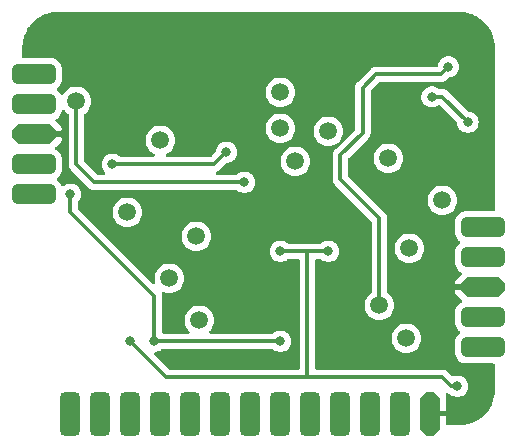
<source format=gbl>
G04 #@! TF.GenerationSoftware,KiCad,Pcbnew,7.0.5-0*
G04 #@! TF.CreationDate,2023-12-30T21:45:12-05:00*
G04 #@! TF.ProjectId,boostlet,626f6f73-746c-4657-942e-6b696361645f,rev?*
G04 #@! TF.SameCoordinates,Original*
G04 #@! TF.FileFunction,Copper,L2,Bot*
G04 #@! TF.FilePolarity,Positive*
%FSLAX46Y46*%
G04 Gerber Fmt 4.6, Leading zero omitted, Abs format (unit mm)*
G04 Created by KiCad (PCBNEW 7.0.5-0) date 2023-12-30 21:45:12*
%MOMM*%
%LPD*%
G01*
G04 APERTURE LIST*
G04 Aperture macros list*
%AMRoundRect*
0 Rectangle with rounded corners*
0 $1 Rounding radius*
0 $2 $3 $4 $5 $6 $7 $8 $9 X,Y pos of 4 corners*
0 Add a 4 corners polygon primitive as box body*
4,1,4,$2,$3,$4,$5,$6,$7,$8,$9,$2,$3,0*
0 Add four circle primitives for the rounded corners*
1,1,$1+$1,$2,$3*
1,1,$1+$1,$4,$5*
1,1,$1+$1,$6,$7*
1,1,$1+$1,$8,$9*
0 Add four rect primitives between the rounded corners*
20,1,$1+$1,$2,$3,$4,$5,0*
20,1,$1+$1,$4,$5,$6,$7,0*
20,1,$1+$1,$6,$7,$8,$9,0*
20,1,$1+$1,$8,$9,$2,$3,0*%
%AMOutline5P*
0 Free polygon, 5 corners , with rotation*
0 The origin of the aperture is its center*
0 number of corners: always 5*
0 $1 to $10 corner X, Y*
0 $11 Rotation angle, in degrees counterclockwise*
0 create outline with 5 corners*
4,1,5,$1,$2,$3,$4,$5,$6,$7,$8,$9,$10,$1,$2,$11*%
%AMOutline6P*
0 Free polygon, 6 corners , with rotation*
0 The origin of the aperture is its center*
0 number of corners: always 6*
0 $1 to $12 corner X, Y*
0 $13 Rotation angle, in degrees counterclockwise*
0 create outline with 6 corners*
4,1,6,$1,$2,$3,$4,$5,$6,$7,$8,$9,$10,$11,$12,$1,$2,$13*%
%AMOutline7P*
0 Free polygon, 7 corners , with rotation*
0 The origin of the aperture is its center*
0 number of corners: always 7*
0 $1 to $14 corner X, Y*
0 $15 Rotation angle, in degrees counterclockwise*
0 create outline with 7 corners*
4,1,7,$1,$2,$3,$4,$5,$6,$7,$8,$9,$10,$11,$12,$13,$14,$1,$2,$15*%
%AMOutline8P*
0 Free polygon, 8 corners , with rotation*
0 The origin of the aperture is its center*
0 number of corners: always 8*
0 $1 to $16 corner X, Y*
0 $17 Rotation angle, in degrees counterclockwise*
0 create outline with 8 corners*
4,1,8,$1,$2,$3,$4,$5,$6,$7,$8,$9,$10,$11,$12,$13,$14,$15,$16,$1,$2,$17*%
G04 Aperture macros list end*
G04 #@! TA.AperFunction,CastellatedPad*
%ADD10RoundRect,0.425000X1.425000X0.425000X-1.425000X0.425000X-1.425000X-0.425000X1.425000X-0.425000X0*%
G04 #@! TD*
G04 #@! TA.AperFunction,CastellatedPad*
%ADD11Outline8P,-1.850000X0.340000X-1.340000X0.850000X1.340000X0.850000X1.850000X0.340000X1.850000X-0.340000X1.340000X-0.850000X-1.340000X-0.850000X-1.850000X-0.340000X180.000000*%
G04 #@! TD*
G04 #@! TA.AperFunction,CastellatedPad*
%ADD12RoundRect,0.425000X0.425000X-1.425000X0.425000X1.425000X-0.425000X1.425000X-0.425000X-1.425000X0*%
G04 #@! TD*
G04 #@! TA.AperFunction,CastellatedPad*
%ADD13Outline8P,-1.850000X0.340000X-1.340000X0.850000X1.340000X0.850000X1.850000X0.340000X1.850000X-0.340000X1.340000X-0.850000X-1.340000X-0.850000X-1.850000X-0.340000X90.000000*%
G04 #@! TD*
G04 #@! TA.AperFunction,CastellatedPad*
%ADD14RoundRect,0.425000X-1.425000X-0.425000X1.425000X-0.425000X1.425000X0.425000X-1.425000X0.425000X0*%
G04 #@! TD*
G04 #@! TA.AperFunction,CastellatedPad*
%ADD15Outline8P,-1.850000X0.340000X-1.340000X0.850000X1.340000X0.850000X1.850000X0.340000X1.850000X-0.340000X1.340000X-0.850000X-1.340000X-0.850000X-1.850000X-0.340000X0.000000*%
G04 #@! TD*
G04 #@! TA.AperFunction,SMDPad,CuDef*
%ADD16C,1.500000*%
G04 #@! TD*
G04 #@! TA.AperFunction,ViaPad*
%ADD17C,0.800000*%
G04 #@! TD*
G04 #@! TA.AperFunction,Conductor*
%ADD18C,0.304800*%
G04 #@! TD*
G04 APERTURE END LIST*
D10*
G04 #@! TO.P,J3,1,Pin_1*
G04 #@! TO.N,/5V*
X142637000Y-108204000D03*
G04 #@! TO.P,J3,2,Pin_2*
G04 #@! TO.N,unconnected-(J3-Pin_2-Pad2)*
X142637000Y-105664000D03*
D11*
G04 #@! TO.P,J3,3,Pin_3*
G04 #@! TO.N,GND*
X142637000Y-103124000D03*
D10*
G04 #@! TO.P,J3,4,Pin_4*
G04 #@! TO.N,unconnected-(J3-Pin_4-Pad4)*
X142637000Y-100584000D03*
G04 #@! TO.P,J3,5,Pin_5*
G04 #@! TO.N,/3.3V*
X142637000Y-98044000D03*
G04 #@! TD*
D12*
G04 #@! TO.P,J1,1,Pin_1*
G04 #@! TO.N,VCC*
X107696000Y-113808000D03*
G04 #@! TO.P,J1,2,Pin_2*
G04 #@! TO.N,unconnected-(J1-Pin_2-Pad2)*
X110236000Y-113808000D03*
G04 #@! TO.P,J1,3,Pin_3*
G04 #@! TO.N,/NEO_IN2*
X112776000Y-113808000D03*
G04 #@! TO.P,J1,4,Pin_4*
G04 #@! TO.N,unconnected-(J1-Pin_4-Pad4)*
X115316000Y-113808000D03*
G04 #@! TO.P,J1,5,Pin_5*
G04 #@! TO.N,/NEO_OUT2*
X117856000Y-113808000D03*
G04 #@! TO.P,J1,6,Pin_6*
G04 #@! TO.N,unconnected-(J1-Pin_6-Pad6)*
X120396000Y-113808000D03*
G04 #@! TO.P,J1,7,Pin_7*
G04 #@! TO.N,/BATT_SIG*
X122936000Y-113808000D03*
G04 #@! TO.P,J1,8,Pin_8*
G04 #@! TO.N,unconnected-(J1-Pin_8-Pad8)*
X125476000Y-113808000D03*
G04 #@! TO.P,J1,9,Pin_9*
G04 #@! TO.N,/NEO_IN1*
X128016000Y-113808000D03*
G04 #@! TO.P,J1,10,Pin_10*
G04 #@! TO.N,unconnected-(J1-Pin_10-Pad10)*
X130556000Y-113808000D03*
G04 #@! TO.P,J1,11,Pin_11*
G04 #@! TO.N,/NEO_OUT1*
X133096000Y-113808000D03*
G04 #@! TO.P,J1,12,Pin_12*
G04 #@! TO.N,unconnected-(J1-Pin_12-Pad12)*
X135636000Y-113808000D03*
D13*
G04 #@! TO.P,J1,13,Pin_13*
G04 #@! TO.N,GND*
X138176000Y-113808000D03*
G04 #@! TD*
D14*
G04 #@! TO.P,J2,1,Pin_1*
G04 #@! TO.N,/V_BATT*
X104632000Y-85090000D03*
G04 #@! TO.P,J2,2,Pin_2*
G04 #@! TO.N,unconnected-(J2-Pin_2-Pad2)*
X104632000Y-87630000D03*
D15*
G04 #@! TO.P,J2,3,Pin_3*
G04 #@! TO.N,GND*
X104632000Y-90170000D03*
D14*
G04 #@! TO.P,J2,4,Pin_4*
G04 #@! TO.N,unconnected-(J2-Pin_4-Pad4)*
X104632000Y-92710000D03*
G04 #@! TO.P,J2,5,Pin_5*
G04 #@! TO.N,VCC*
X104632000Y-95250000D03*
G04 #@! TD*
D16*
G04 #@! TO.P,TP4,1,1*
G04 #@! TO.N,Net-(JP1-B)*
X115316000Y-90678000D03*
G04 #@! TD*
G04 #@! TO.P,TP8,1,1*
G04 #@! TO.N,/NEO_IN2*
X118618000Y-105918000D03*
G04 #@! TD*
G04 #@! TO.P,TP9,1,1*
G04 #@! TO.N,VCC*
X116078000Y-102362000D03*
G04 #@! TD*
G04 #@! TO.P,TP15,1,1*
G04 #@! TO.N,/BATT_SIG*
X126746000Y-92456000D03*
G04 #@! TD*
G04 #@! TO.P,TP16,1,1*
G04 #@! TO.N,/5V*
X129540000Y-89916000D03*
G04 #@! TD*
G04 #@! TO.P,TP5,1,1*
G04 #@! TO.N,/NEO_OUT1*
X136398000Y-99822000D03*
G04 #@! TD*
G04 #@! TO.P,TP11,1,1*
G04 #@! TO.N,Net-(JP2-B)*
X134620000Y-92202000D03*
G04 #@! TD*
G04 #@! TO.P,TP2,1,1*
G04 #@! TO.N,VCC*
X133858000Y-104648000D03*
G04 #@! TD*
G04 #@! TO.P,TP14,1,1*
G04 #@! TO.N,Net-(D1-K)*
X125476000Y-86614000D03*
G04 #@! TD*
G04 #@! TO.P,TP6,1,1*
G04 #@! TO.N,Net-(U1-EN)*
X112522000Y-96774000D03*
G04 #@! TD*
G04 #@! TO.P,TP3,1,1*
G04 #@! TO.N,/V_BATT*
X108204000Y-87376000D03*
G04 #@! TD*
G04 #@! TO.P,TP13,1,1*
G04 #@! TO.N,/3.3V*
X139192000Y-95758000D03*
G04 #@! TD*
G04 #@! TO.P,TP1,1,1*
G04 #@! TO.N,/NEO_IN1*
X136144000Y-107442000D03*
G04 #@! TD*
G04 #@! TO.P,TP10,1,1*
G04 #@! TO.N,/NEO_OUT2*
X118364000Y-98806000D03*
G04 #@! TD*
G04 #@! TO.P,TP12,1,1*
G04 #@! TO.N,Net-(D1-A)*
X125476000Y-89662000D03*
G04 #@! TD*
D17*
G04 #@! TO.N,/5V*
X129540000Y-89916000D03*
X129540000Y-100076000D03*
X140462000Y-111506000D03*
X112776000Y-107696000D03*
X125476000Y-100076000D03*
G04 #@! TO.N,/V_BATT*
X122428000Y-94234000D03*
X108204000Y-87376000D03*
G04 #@! TO.N,Net-(D1-A)*
X125476000Y-89662000D03*
G04 #@! TO.N,Net-(JP1-B)*
X111252000Y-92710000D03*
X120904000Y-91694000D03*
X115316000Y-90678000D03*
G04 #@! TO.N,/3.3V*
X138303000Y-86995000D03*
X141351000Y-89154000D03*
X139192000Y-95758000D03*
G04 #@! TO.N,/NEO_OUT1*
X136398000Y-99822000D03*
G04 #@! TO.N,GND*
X121158000Y-81534000D03*
X121158000Y-89662000D03*
X128524000Y-81280000D03*
X116840000Y-84582000D03*
X107188000Y-90170000D03*
X134620000Y-83312000D03*
X139700000Y-109728000D03*
X128778000Y-97790000D03*
X136906000Y-94996000D03*
X123190000Y-91694000D03*
X117309500Y-95973500D03*
X131826000Y-101346000D03*
X113030000Y-99060000D03*
X132588000Y-92202000D03*
X141732000Y-95758000D03*
X134633500Y-89916000D03*
X139700000Y-102616000D03*
G04 #@! TO.N,VCC*
X139700000Y-84455000D03*
X107696000Y-95250000D03*
X116078000Y-102362000D03*
X125476000Y-107696000D03*
X114808000Y-107696000D03*
X133858000Y-104648000D03*
G04 #@! TO.N,/NEO_OUT2*
X118364000Y-98806000D03*
G04 #@! TO.N,/BATT_SIG*
X126746000Y-92456000D03*
G04 #@! TO.N,/NEO_IN1*
X136144000Y-107442000D03*
G04 #@! TO.N,/NEO_IN2*
X118618000Y-105918000D03*
G04 #@! TO.N,Net-(D1-K)*
X125476000Y-86614000D03*
G04 #@! TO.N,Net-(JP2-B)*
X134620000Y-92202000D03*
G04 #@! TO.N,Net-(U1-EN)*
X112522000Y-96774000D03*
G04 #@! TD*
D18*
G04 #@! TO.N,/5V*
X127762000Y-110744000D02*
X115824000Y-110744000D01*
X139954000Y-111506000D02*
X139192000Y-110744000D01*
X140462000Y-111506000D02*
X139954000Y-111506000D01*
X115824000Y-110744000D02*
X112776000Y-107696000D01*
X127762000Y-100076000D02*
X129540000Y-100076000D01*
X127762000Y-110744000D02*
X127762000Y-100076000D01*
X125476000Y-100076000D02*
X127762000Y-100076000D01*
X139192000Y-110744000D02*
X127762000Y-110744000D01*
G04 #@! TO.N,/V_BATT*
X122428000Y-94234000D02*
X109728000Y-94234000D01*
X108204000Y-92710000D02*
X108204000Y-87376000D01*
X109728000Y-94234000D02*
X108204000Y-92710000D01*
G04 #@! TO.N,Net-(JP1-B)*
X120904000Y-91694000D02*
X119888000Y-92710000D01*
X119888000Y-92710000D02*
X111252000Y-92710000D01*
G04 #@! TO.N,/3.3V*
X139192000Y-86995000D02*
X141351000Y-89154000D01*
X138303000Y-86995000D02*
X139192000Y-86995000D01*
G04 #@! TO.N,VCC*
X133858000Y-97282000D02*
X133858000Y-104648000D01*
X132461000Y-86233000D02*
X132461000Y-90043000D01*
X114808000Y-103886000D02*
X107696000Y-96774000D01*
X132461000Y-90043000D02*
X130556000Y-91948000D01*
X139700000Y-84455000D02*
X139065000Y-85090000D01*
X130556000Y-93980000D02*
X133858000Y-97282000D01*
X125476000Y-107696000D02*
X114808000Y-107696000D01*
X114808000Y-107696000D02*
X114808000Y-103886000D01*
X133604000Y-85090000D02*
X132461000Y-86233000D01*
X130556000Y-91948000D02*
X130556000Y-93980000D01*
X139065000Y-85090000D02*
X133604000Y-85090000D01*
X107696000Y-96774000D02*
X107696000Y-95250000D01*
G04 #@! TD*
G04 #@! TA.AperFunction,Conductor*
G04 #@! TO.N,GND*
G36*
X140633620Y-79804584D02*
G01*
X140765434Y-79811493D01*
X140949027Y-79821803D01*
X140955212Y-79822465D01*
X141107667Y-79846611D01*
X141270178Y-79874223D01*
X141275811Y-79875453D01*
X141428699Y-79916419D01*
X141530647Y-79945790D01*
X141583724Y-79961082D01*
X141588766Y-79962772D01*
X141737467Y-80019852D01*
X141738828Y-80020395D01*
X141886017Y-80081362D01*
X141890412Y-80083388D01*
X141965591Y-80121694D01*
X142032993Y-80156038D01*
X142034835Y-80157016D01*
X142101888Y-80194074D01*
X142173480Y-80233641D01*
X142177215Y-80235882D01*
X142311797Y-80323281D01*
X142313907Y-80324714D01*
X142384735Y-80374969D01*
X142442764Y-80416142D01*
X142445886Y-80418510D01*
X142570748Y-80519621D01*
X142573034Y-80521567D01*
X142690721Y-80626738D01*
X142693248Y-80629128D01*
X142806870Y-80742750D01*
X142809260Y-80745277D01*
X142914431Y-80862964D01*
X142916385Y-80865260D01*
X143017480Y-80990102D01*
X143019862Y-80993243D01*
X143111284Y-81122091D01*
X143112717Y-81124201D01*
X143153560Y-81187093D01*
X143200106Y-81258767D01*
X143202364Y-81262531D01*
X143278982Y-81401163D01*
X143279960Y-81403005D01*
X143352604Y-81545574D01*
X143354643Y-81549997D01*
X143415570Y-81697087D01*
X143416171Y-81698595D01*
X143473221Y-81847217D01*
X143474916Y-81852274D01*
X143519579Y-82007299D01*
X143560541Y-82160170D01*
X143561778Y-82165835D01*
X143589399Y-82328400D01*
X143613530Y-82480758D01*
X143614196Y-82486985D01*
X143624511Y-82670652D01*
X143631415Y-82802377D01*
X143631500Y-82805623D01*
X143631500Y-96569500D01*
X143611815Y-96636539D01*
X143559011Y-96682294D01*
X143507500Y-96693500D01*
X141147216Y-96693500D01*
X141066425Y-96699858D01*
X140878504Y-96750212D01*
X140705161Y-96838534D01*
X140553968Y-96960968D01*
X140431534Y-97112161D01*
X140343212Y-97285504D01*
X140292858Y-97473425D01*
X140286500Y-97554216D01*
X140286500Y-98533783D01*
X140292858Y-98614574D01*
X140292858Y-98614577D01*
X140292859Y-98614578D01*
X140343212Y-98802496D01*
X140431535Y-98975840D01*
X140553968Y-99127032D01*
X140637114Y-99194362D01*
X140665852Y-99217634D01*
X140705563Y-99275121D01*
X140707891Y-99344952D01*
X140672095Y-99404956D01*
X140665852Y-99410366D01*
X140553968Y-99500968D01*
X140431534Y-99652161D01*
X140343212Y-99825504D01*
X140292858Y-100013425D01*
X140286500Y-100094216D01*
X140286500Y-101073783D01*
X140292858Y-101154574D01*
X140292858Y-101154577D01*
X140292859Y-101154578D01*
X140343212Y-101342496D01*
X140431535Y-101515840D01*
X140553968Y-101667032D01*
X140637114Y-101734362D01*
X140705162Y-101789467D01*
X140797715Y-101836624D01*
X140848511Y-101884598D01*
X140865307Y-101952419D01*
X140842770Y-102018554D01*
X140829102Y-102034790D01*
X140404504Y-102459389D01*
X140404492Y-102459403D01*
X140352570Y-102526241D01*
X140352570Y-102526242D01*
X140297549Y-102659075D01*
X140287000Y-102743058D01*
X140287000Y-102874000D01*
X142763000Y-102874000D01*
X142830039Y-102893685D01*
X142875794Y-102946489D01*
X142887000Y-102998000D01*
X142887000Y-103250000D01*
X142867315Y-103317039D01*
X142814511Y-103362794D01*
X142763000Y-103374000D01*
X140287000Y-103374000D01*
X140287000Y-103504943D01*
X140297549Y-103588925D01*
X140352570Y-103721758D01*
X140404492Y-103788596D01*
X140404503Y-103788609D01*
X140829102Y-104213208D01*
X140862587Y-104274531D01*
X140857603Y-104344223D01*
X140815731Y-104400156D01*
X140797717Y-104411373D01*
X140705163Y-104458532D01*
X140553968Y-104580968D01*
X140431534Y-104732161D01*
X140343212Y-104905504D01*
X140292858Y-105093425D01*
X140286500Y-105174216D01*
X140286500Y-106153783D01*
X140292858Y-106234574D01*
X140292858Y-106234577D01*
X140292859Y-106234578D01*
X140343212Y-106422496D01*
X140431535Y-106595840D01*
X140553968Y-106747032D01*
X140637114Y-106814362D01*
X140665852Y-106837634D01*
X140705563Y-106895121D01*
X140707891Y-106964952D01*
X140672095Y-107024956D01*
X140665852Y-107030366D01*
X140553968Y-107120968D01*
X140431534Y-107272161D01*
X140343212Y-107445504D01*
X140292858Y-107633425D01*
X140286500Y-107714216D01*
X140286500Y-108693783D01*
X140292858Y-108774574D01*
X140292858Y-108774577D01*
X140292859Y-108774578D01*
X140343212Y-108962496D01*
X140431535Y-109135840D01*
X140553968Y-109287032D01*
X140705160Y-109409465D01*
X140878504Y-109497788D01*
X141066422Y-109548141D01*
X141147222Y-109554500D01*
X143507500Y-109554500D01*
X143574539Y-109574185D01*
X143620294Y-109626989D01*
X143631500Y-109678500D01*
X143631500Y-111802376D01*
X143631415Y-111805622D01*
X143624511Y-111937346D01*
X143614196Y-112121013D01*
X143613530Y-112127240D01*
X143589399Y-112279598D01*
X143561778Y-112442163D01*
X143560541Y-112447828D01*
X143519579Y-112600699D01*
X143474916Y-112755724D01*
X143473221Y-112760781D01*
X143416171Y-112909403D01*
X143415570Y-112910911D01*
X143354643Y-113058001D01*
X143352604Y-113062424D01*
X143279960Y-113204993D01*
X143278982Y-113206835D01*
X143202364Y-113345467D01*
X143200097Y-113349246D01*
X143112717Y-113483797D01*
X143111284Y-113485907D01*
X143019862Y-113614755D01*
X143017480Y-113617896D01*
X142916385Y-113742738D01*
X142914431Y-113745034D01*
X142809260Y-113862721D01*
X142806870Y-113865248D01*
X142693248Y-113978870D01*
X142690721Y-113981260D01*
X142573034Y-114086431D01*
X142570738Y-114088385D01*
X142445896Y-114189480D01*
X142442755Y-114191862D01*
X142313907Y-114283284D01*
X142311797Y-114284717D01*
X142177246Y-114372097D01*
X142173467Y-114374364D01*
X142034835Y-114450982D01*
X142032993Y-114451960D01*
X141890424Y-114524604D01*
X141886001Y-114526643D01*
X141738911Y-114587570D01*
X141737403Y-114588171D01*
X141588781Y-114645221D01*
X141583724Y-114646916D01*
X141428699Y-114691579D01*
X141275828Y-114732541D01*
X141270163Y-114733778D01*
X141107598Y-114761399D01*
X140955240Y-114785530D01*
X140949013Y-114786196D01*
X140765346Y-114796511D01*
X140633622Y-114803415D01*
X140630376Y-114803500D01*
X139650000Y-114803500D01*
X139582961Y-114783815D01*
X139537206Y-114731011D01*
X139526000Y-114679500D01*
X139526000Y-114058000D01*
X138050000Y-114058000D01*
X137982961Y-114038315D01*
X137937206Y-113985511D01*
X137926000Y-113934000D01*
X137926000Y-113682000D01*
X137945685Y-113614961D01*
X137998489Y-113569206D01*
X138050000Y-113558000D01*
X139526000Y-113558000D01*
X139526000Y-112427058D01*
X139525999Y-112427056D01*
X139515450Y-112343076D01*
X139473409Y-112241580D01*
X139465940Y-112172111D01*
X139497215Y-112109631D01*
X139557304Y-112073979D01*
X139627129Y-112076473D01*
X139637212Y-112080324D01*
X139652152Y-112086788D01*
X139663767Y-112091814D01*
X139668996Y-112094376D01*
X139692695Y-112107405D01*
X139711738Y-112117875D01*
X139711740Y-112117875D01*
X139711741Y-112117876D01*
X139722936Y-112120750D01*
X139732407Y-112123182D01*
X139750819Y-112129485D01*
X139770399Y-112137959D01*
X139784032Y-112140118D01*
X139847166Y-112170043D01*
X139855326Y-112178165D01*
X139856135Y-112178893D01*
X140009265Y-112290148D01*
X140009270Y-112290151D01*
X140182192Y-112367142D01*
X140182197Y-112367144D01*
X140367354Y-112406500D01*
X140367355Y-112406500D01*
X140556644Y-112406500D01*
X140556646Y-112406500D01*
X140741803Y-112367144D01*
X140914730Y-112290151D01*
X141067871Y-112178888D01*
X141194533Y-112038216D01*
X141289179Y-111874284D01*
X141347674Y-111694256D01*
X141367460Y-111506000D01*
X141347674Y-111317744D01*
X141289179Y-111137716D01*
X141194533Y-110973784D01*
X141067871Y-110833112D01*
X141067870Y-110833111D01*
X140914734Y-110721851D01*
X140914729Y-110721848D01*
X140741807Y-110644857D01*
X140741802Y-110644855D01*
X140596000Y-110613865D01*
X140556646Y-110605500D01*
X140367354Y-110605500D01*
X140334897Y-110612398D01*
X140182197Y-110644855D01*
X140182196Y-110644855D01*
X140145187Y-110661333D01*
X140075937Y-110670616D01*
X140012661Y-110640986D01*
X140007073Y-110635733D01*
X139714319Y-110342979D01*
X139704227Y-110330381D01*
X139704043Y-110330534D01*
X139699067Y-110324519D01*
X139699066Y-110324518D01*
X139647100Y-110275719D01*
X139645725Y-110274385D01*
X139624629Y-110253289D01*
X139624626Y-110253286D01*
X139618804Y-110248770D01*
X139614361Y-110244975D01*
X139578813Y-110211593D01*
X139560115Y-110201314D01*
X139543852Y-110190631D01*
X139526996Y-110177556D01*
X139526994Y-110177554D01*
X139503300Y-110167301D01*
X139482229Y-110158182D01*
X139477007Y-110155625D01*
X139434259Y-110132124D01*
X139434256Y-110132123D01*
X139413587Y-110126816D01*
X139395184Y-110120515D01*
X139375601Y-110112041D01*
X139375595Y-110112039D01*
X139327434Y-110104412D01*
X139321714Y-110103227D01*
X139313593Y-110101142D01*
X139274483Y-110091100D01*
X139274480Y-110091100D01*
X139253139Y-110091100D01*
X139233741Y-110089573D01*
X139225717Y-110088302D01*
X139212672Y-110086236D01*
X139212671Y-110086236D01*
X139164123Y-110090825D01*
X139158287Y-110091100D01*
X128538900Y-110091100D01*
X128471861Y-110071415D01*
X128426106Y-110018611D01*
X128414900Y-109967100D01*
X128414900Y-107442002D01*
X134888723Y-107442002D01*
X134907793Y-107659975D01*
X134907793Y-107659979D01*
X134964422Y-107871322D01*
X134964424Y-107871326D01*
X134964425Y-107871330D01*
X134970454Y-107884259D01*
X135056897Y-108069638D01*
X135056898Y-108069639D01*
X135182402Y-108248877D01*
X135337123Y-108403598D01*
X135516361Y-108529102D01*
X135714670Y-108621575D01*
X135926023Y-108678207D01*
X136108926Y-108694208D01*
X136143998Y-108697277D01*
X136144000Y-108697277D01*
X136144002Y-108697277D01*
X136172254Y-108694805D01*
X136361977Y-108678207D01*
X136573330Y-108621575D01*
X136771639Y-108529102D01*
X136950877Y-108403598D01*
X137105598Y-108248877D01*
X137231102Y-108069639D01*
X137323575Y-107871330D01*
X137380207Y-107659977D01*
X137396805Y-107470254D01*
X137399277Y-107442002D01*
X137399277Y-107441997D01*
X137389279Y-107327722D01*
X137380207Y-107224023D01*
X137323575Y-107012670D01*
X137231102Y-106814362D01*
X137231100Y-106814359D01*
X137231099Y-106814357D01*
X137105599Y-106635124D01*
X137066313Y-106595838D01*
X136950877Y-106480402D01*
X136771639Y-106354898D01*
X136771640Y-106354898D01*
X136771638Y-106354897D01*
X136672484Y-106308661D01*
X136573330Y-106262425D01*
X136573326Y-106262424D01*
X136573322Y-106262422D01*
X136361977Y-106205793D01*
X136144002Y-106186723D01*
X136143998Y-106186723D01*
X135998681Y-106199436D01*
X135926023Y-106205793D01*
X135926020Y-106205793D01*
X135714677Y-106262422D01*
X135714668Y-106262426D01*
X135516361Y-106354898D01*
X135516357Y-106354900D01*
X135337121Y-106480402D01*
X135182402Y-106635121D01*
X135056900Y-106814357D01*
X135056898Y-106814361D01*
X134964426Y-107012668D01*
X134964422Y-107012677D01*
X134907793Y-107224020D01*
X134907793Y-107224024D01*
X134888723Y-107441997D01*
X134888723Y-107442002D01*
X128414900Y-107442002D01*
X128414900Y-100852900D01*
X128434585Y-100785861D01*
X128487389Y-100740106D01*
X128538900Y-100728900D01*
X128866328Y-100728900D01*
X128933367Y-100748585D01*
X128939213Y-100752582D01*
X129087265Y-100860148D01*
X129087270Y-100860151D01*
X129260192Y-100937142D01*
X129260197Y-100937144D01*
X129445354Y-100976500D01*
X129445355Y-100976500D01*
X129634644Y-100976500D01*
X129634646Y-100976500D01*
X129819803Y-100937144D01*
X129992730Y-100860151D01*
X130145871Y-100748888D01*
X130272533Y-100608216D01*
X130367179Y-100444284D01*
X130425674Y-100264256D01*
X130445460Y-100076000D01*
X130425674Y-99887744D01*
X130367179Y-99707716D01*
X130272533Y-99543784D01*
X130145871Y-99403112D01*
X130140787Y-99399418D01*
X129992734Y-99291851D01*
X129992729Y-99291848D01*
X129819807Y-99214857D01*
X129819802Y-99214855D01*
X129674000Y-99183865D01*
X129634646Y-99175500D01*
X129445354Y-99175500D01*
X129412897Y-99182398D01*
X129260197Y-99214855D01*
X129260192Y-99214857D01*
X129087270Y-99291848D01*
X129087265Y-99291851D01*
X128939213Y-99399418D01*
X128873407Y-99422898D01*
X128866328Y-99423100D01*
X127835435Y-99423100D01*
X127812202Y-99420904D01*
X127803322Y-99419210D01*
X127803320Y-99419210D01*
X127794006Y-99419796D01*
X127743420Y-99422978D01*
X127739548Y-99423100D01*
X126149672Y-99423100D01*
X126082633Y-99403415D01*
X126076787Y-99399418D01*
X125928734Y-99291851D01*
X125928729Y-99291848D01*
X125755807Y-99214857D01*
X125755802Y-99214855D01*
X125610001Y-99183865D01*
X125570646Y-99175500D01*
X125381354Y-99175500D01*
X125348897Y-99182398D01*
X125196197Y-99214855D01*
X125196192Y-99214857D01*
X125023270Y-99291848D01*
X125023265Y-99291851D01*
X124870129Y-99403111D01*
X124743466Y-99543785D01*
X124648821Y-99707715D01*
X124648818Y-99707722D01*
X124610549Y-99825504D01*
X124590326Y-99887744D01*
X124570540Y-100076000D01*
X124590326Y-100264256D01*
X124590327Y-100264259D01*
X124648818Y-100444277D01*
X124648821Y-100444284D01*
X124743467Y-100608216D01*
X124852132Y-100728900D01*
X124870129Y-100748888D01*
X125023265Y-100860148D01*
X125023270Y-100860151D01*
X125196192Y-100937142D01*
X125196197Y-100937144D01*
X125381354Y-100976500D01*
X125381355Y-100976500D01*
X125570644Y-100976500D01*
X125570646Y-100976500D01*
X125755803Y-100937144D01*
X125928730Y-100860151D01*
X126034097Y-100783598D01*
X126076787Y-100752582D01*
X126142593Y-100729102D01*
X126149672Y-100728900D01*
X126985100Y-100728900D01*
X127052139Y-100748585D01*
X127097894Y-100801389D01*
X127109100Y-100852900D01*
X127109100Y-109967100D01*
X127089415Y-110034139D01*
X127036611Y-110079894D01*
X126985100Y-110091100D01*
X116145802Y-110091100D01*
X116078763Y-110071415D01*
X116058121Y-110054781D01*
X114811521Y-108808181D01*
X114778036Y-108746858D01*
X114783020Y-108677166D01*
X114824892Y-108621233D01*
X114890356Y-108596816D01*
X114899202Y-108596500D01*
X114902644Y-108596500D01*
X114902646Y-108596500D01*
X115087803Y-108557144D01*
X115260730Y-108480151D01*
X115366097Y-108403598D01*
X115408787Y-108372582D01*
X115474593Y-108349102D01*
X115481672Y-108348900D01*
X124802328Y-108348900D01*
X124869367Y-108368585D01*
X124875213Y-108372582D01*
X125023265Y-108480148D01*
X125023270Y-108480151D01*
X125196192Y-108557142D01*
X125196197Y-108557144D01*
X125381354Y-108596500D01*
X125381355Y-108596500D01*
X125570644Y-108596500D01*
X125570646Y-108596500D01*
X125755803Y-108557144D01*
X125928730Y-108480151D01*
X126081871Y-108368888D01*
X126208533Y-108228216D01*
X126303179Y-108064284D01*
X126361674Y-107884256D01*
X126381460Y-107696000D01*
X126361674Y-107507744D01*
X126303179Y-107327716D01*
X126208533Y-107163784D01*
X126081871Y-107023112D01*
X126075340Y-107018367D01*
X125928734Y-106911851D01*
X125928729Y-106911848D01*
X125755807Y-106834857D01*
X125755802Y-106834855D01*
X125610001Y-106803865D01*
X125570646Y-106795500D01*
X125381354Y-106795500D01*
X125348897Y-106802398D01*
X125196197Y-106834855D01*
X125196192Y-106834857D01*
X125023270Y-106911848D01*
X125023265Y-106911851D01*
X124875213Y-107019418D01*
X124809407Y-107042898D01*
X124802328Y-107043100D01*
X119560737Y-107043100D01*
X119493698Y-107023415D01*
X119447943Y-106970611D01*
X119437999Y-106901453D01*
X119467024Y-106837897D01*
X119473056Y-106831419D01*
X119508975Y-106795500D01*
X119579598Y-106724877D01*
X119705102Y-106545639D01*
X119797575Y-106347330D01*
X119854207Y-106135977D01*
X119873277Y-105918000D01*
X119870320Y-105884206D01*
X119865366Y-105827573D01*
X119854207Y-105700023D01*
X119797575Y-105488670D01*
X119705102Y-105290362D01*
X119705100Y-105290359D01*
X119705099Y-105290357D01*
X119579599Y-105111124D01*
X119545797Y-105077322D01*
X119424877Y-104956402D01*
X119245639Y-104830898D01*
X119245640Y-104830898D01*
X119245638Y-104830897D01*
X119146484Y-104784661D01*
X119047330Y-104738425D01*
X119047326Y-104738424D01*
X119047322Y-104738422D01*
X118835977Y-104681793D01*
X118618002Y-104662723D01*
X118617998Y-104662723D01*
X118472681Y-104675436D01*
X118400023Y-104681793D01*
X118400020Y-104681793D01*
X118188677Y-104738422D01*
X118188668Y-104738426D01*
X117990361Y-104830898D01*
X117990357Y-104830900D01*
X117811121Y-104956402D01*
X117656402Y-105111121D01*
X117530900Y-105290357D01*
X117530898Y-105290361D01*
X117438426Y-105488668D01*
X117438422Y-105488677D01*
X117381793Y-105700020D01*
X117381793Y-105700024D01*
X117362723Y-105917997D01*
X117362723Y-105918002D01*
X117381793Y-106135975D01*
X117381793Y-106135979D01*
X117438422Y-106347322D01*
X117438424Y-106347326D01*
X117438425Y-106347330D01*
X117484661Y-106446484D01*
X117530897Y-106545638D01*
X117530898Y-106545639D01*
X117656402Y-106724877D01*
X117656406Y-106724881D01*
X117762944Y-106831419D01*
X117796429Y-106892742D01*
X117791445Y-106962434D01*
X117749573Y-107018367D01*
X117684109Y-107042784D01*
X117675263Y-107043100D01*
X115584900Y-107043100D01*
X115517861Y-107023415D01*
X115472106Y-106970611D01*
X115460900Y-106919100D01*
X115460900Y-103971765D01*
X115462671Y-103955716D01*
X115462434Y-103955694D01*
X115463168Y-103947931D01*
X115460931Y-103876722D01*
X115460900Y-103874775D01*
X115460900Y-103844929D01*
X115460899Y-103844921D01*
X115459977Y-103837618D01*
X115459518Y-103831790D01*
X115457987Y-103783054D01*
X115457987Y-103783052D01*
X115452030Y-103762549D01*
X115448087Y-103743502D01*
X115445414Y-103722341D01*
X115445413Y-103722338D01*
X115427463Y-103677004D01*
X115425573Y-103671483D01*
X115423222Y-103663389D01*
X115423418Y-103593522D01*
X115461358Y-103534850D01*
X115524995Y-103506004D01*
X115594125Y-103516142D01*
X115594615Y-103516368D01*
X115648670Y-103541575D01*
X115860023Y-103598207D01*
X116042926Y-103614208D01*
X116077998Y-103617277D01*
X116078000Y-103617277D01*
X116078002Y-103617277D01*
X116106254Y-103614805D01*
X116295977Y-103598207D01*
X116507330Y-103541575D01*
X116705639Y-103449102D01*
X116884877Y-103323598D01*
X117039598Y-103168877D01*
X117165102Y-102989639D01*
X117257575Y-102791330D01*
X117314207Y-102579977D01*
X117333277Y-102362000D01*
X117314207Y-102144023D01*
X117257575Y-101932670D01*
X117165102Y-101734362D01*
X117165100Y-101734359D01*
X117165099Y-101734357D01*
X117039599Y-101555124D01*
X117000313Y-101515838D01*
X116884877Y-101400402D01*
X116705639Y-101274898D01*
X116705640Y-101274898D01*
X116705638Y-101274897D01*
X116606484Y-101228661D01*
X116507330Y-101182425D01*
X116507326Y-101182424D01*
X116507322Y-101182422D01*
X116295977Y-101125793D01*
X116078002Y-101106723D01*
X116077998Y-101106723D01*
X115932682Y-101119436D01*
X115860023Y-101125793D01*
X115860020Y-101125793D01*
X115648677Y-101182422D01*
X115648668Y-101182426D01*
X115450361Y-101274898D01*
X115450357Y-101274900D01*
X115271121Y-101400402D01*
X115116402Y-101555121D01*
X114990900Y-101734357D01*
X114990898Y-101734361D01*
X114898426Y-101932668D01*
X114898422Y-101932677D01*
X114841793Y-102144020D01*
X114841793Y-102144024D01*
X114822723Y-102361997D01*
X114822723Y-102362002D01*
X114841793Y-102579975D01*
X114841793Y-102579979D01*
X114874459Y-102701889D01*
X114872796Y-102771739D01*
X114833633Y-102829601D01*
X114769405Y-102857105D01*
X114700503Y-102845518D01*
X114667003Y-102821663D01*
X111738442Y-99893102D01*
X110651342Y-98806002D01*
X117108723Y-98806002D01*
X117118258Y-98914988D01*
X117127018Y-99015124D01*
X117127793Y-99023975D01*
X117127793Y-99023979D01*
X117184422Y-99235322D01*
X117184424Y-99235326D01*
X117184425Y-99235330D01*
X117230661Y-99334484D01*
X117276897Y-99433638D01*
X117276898Y-99433639D01*
X117402402Y-99612877D01*
X117557123Y-99767598D01*
X117736361Y-99893102D01*
X117934670Y-99985575D01*
X118146023Y-100042207D01*
X118328926Y-100058208D01*
X118363998Y-100061277D01*
X118364000Y-100061277D01*
X118364002Y-100061277D01*
X118392254Y-100058805D01*
X118581977Y-100042207D01*
X118793330Y-99985575D01*
X118991639Y-99893102D01*
X119170877Y-99767598D01*
X119325598Y-99612877D01*
X119451102Y-99433639D01*
X119543575Y-99235330D01*
X119600207Y-99023977D01*
X119619277Y-98806000D01*
X119618970Y-98802496D01*
X119613057Y-98734900D01*
X119600207Y-98588023D01*
X119543575Y-98376670D01*
X119451102Y-98178362D01*
X119451100Y-98178359D01*
X119451099Y-98178357D01*
X119325599Y-97999124D01*
X119280048Y-97953573D01*
X119170877Y-97844402D01*
X118991639Y-97718898D01*
X118991640Y-97718898D01*
X118991638Y-97718897D01*
X118892484Y-97672661D01*
X118793330Y-97626425D01*
X118793326Y-97626424D01*
X118793322Y-97626422D01*
X118581977Y-97569793D01*
X118364002Y-97550723D01*
X118363998Y-97550723D01*
X118218681Y-97563436D01*
X118146023Y-97569793D01*
X118146020Y-97569793D01*
X117934677Y-97626422D01*
X117934668Y-97626426D01*
X117736361Y-97718898D01*
X117736357Y-97718900D01*
X117557121Y-97844402D01*
X117402402Y-97999121D01*
X117276900Y-98178357D01*
X117276898Y-98178361D01*
X117184426Y-98376668D01*
X117184422Y-98376677D01*
X117127793Y-98588020D01*
X117127793Y-98588024D01*
X117108723Y-98805997D01*
X117108723Y-98806002D01*
X110651342Y-98806002D01*
X108619343Y-96774002D01*
X111266723Y-96774002D01*
X111285793Y-96991975D01*
X111285793Y-96991979D01*
X111342422Y-97203322D01*
X111342424Y-97203326D01*
X111342425Y-97203330D01*
X111373875Y-97270775D01*
X111434897Y-97401638D01*
X111434898Y-97401639D01*
X111560402Y-97580877D01*
X111715123Y-97735598D01*
X111894361Y-97861102D01*
X112092670Y-97953575D01*
X112304023Y-98010207D01*
X112486926Y-98026208D01*
X112521998Y-98029277D01*
X112522000Y-98029277D01*
X112522002Y-98029277D01*
X112550254Y-98026805D01*
X112739977Y-98010207D01*
X112951330Y-97953575D01*
X113149639Y-97861102D01*
X113328877Y-97735598D01*
X113483598Y-97580877D01*
X113609102Y-97401639D01*
X113701575Y-97203330D01*
X113758207Y-96991977D01*
X113776381Y-96784245D01*
X113777277Y-96774002D01*
X113777277Y-96773997D01*
X113772946Y-96724500D01*
X113758207Y-96556023D01*
X113701575Y-96344670D01*
X113609102Y-96146362D01*
X113609100Y-96146359D01*
X113609099Y-96146357D01*
X113483599Y-95967124D01*
X113434731Y-95918256D01*
X113328877Y-95812402D01*
X113149639Y-95686898D01*
X113149640Y-95686898D01*
X113149638Y-95686897D01*
X113050484Y-95640661D01*
X112951330Y-95594425D01*
X112951326Y-95594424D01*
X112951322Y-95594422D01*
X112739977Y-95537793D01*
X112522002Y-95518723D01*
X112521998Y-95518723D01*
X112376682Y-95531436D01*
X112304023Y-95537793D01*
X112304020Y-95537793D01*
X112092677Y-95594422D01*
X112092668Y-95594426D01*
X111894361Y-95686898D01*
X111894357Y-95686900D01*
X111715121Y-95812402D01*
X111560402Y-95967121D01*
X111434900Y-96146357D01*
X111434898Y-96146361D01*
X111342426Y-96344668D01*
X111342422Y-96344677D01*
X111285793Y-96556020D01*
X111285793Y-96556024D01*
X111266723Y-96773997D01*
X111266723Y-96774002D01*
X108619343Y-96774002D01*
X108385219Y-96539878D01*
X108351734Y-96478555D01*
X108348900Y-96452197D01*
X108348900Y-96187322D01*
X108348899Y-95918252D01*
X108368583Y-95851217D01*
X108380744Y-95835290D01*
X108428533Y-95782216D01*
X108523179Y-95618284D01*
X108581674Y-95438256D01*
X108601460Y-95250000D01*
X108581674Y-95061744D01*
X108523179Y-94881716D01*
X108428533Y-94717784D01*
X108301871Y-94577112D01*
X108301870Y-94577111D01*
X108148734Y-94465851D01*
X108148729Y-94465848D01*
X107975807Y-94388857D01*
X107975802Y-94388855D01*
X107830001Y-94357865D01*
X107790646Y-94349500D01*
X107601354Y-94349500D01*
X107568897Y-94356398D01*
X107416197Y-94388855D01*
X107416192Y-94388857D01*
X107243271Y-94465848D01*
X107117732Y-94557057D01*
X107051925Y-94580536D01*
X106983872Y-94564710D01*
X106935177Y-94514604D01*
X106928449Y-94497444D01*
X106928118Y-94497572D01*
X106925790Y-94491509D01*
X106925788Y-94491506D01*
X106925788Y-94491504D01*
X106837465Y-94318160D01*
X106715032Y-94166968D01*
X106603145Y-94076364D01*
X106563436Y-94018879D01*
X106561108Y-93949048D01*
X106596903Y-93889044D01*
X106603133Y-93883646D01*
X106715032Y-93793032D01*
X106837465Y-93641840D01*
X106925788Y-93468496D01*
X106976141Y-93280578D01*
X106982500Y-93199778D01*
X106982500Y-92220222D01*
X106976141Y-92139422D01*
X106925788Y-91951504D01*
X106837465Y-91778160D01*
X106715032Y-91626968D01*
X106563840Y-91504535D01*
X106525259Y-91484877D01*
X106471282Y-91457374D01*
X106420486Y-91409399D01*
X106403691Y-91341578D01*
X106426228Y-91275443D01*
X106439896Y-91259207D01*
X106864500Y-90834605D01*
X106864504Y-90834601D01*
X106916429Y-90767758D01*
X106916429Y-90767757D01*
X106971450Y-90634924D01*
X106981999Y-90550941D01*
X106982000Y-90550934D01*
X106982000Y-90420000D01*
X104506000Y-90420000D01*
X104438961Y-90400315D01*
X104393206Y-90347511D01*
X104382000Y-90296000D01*
X104382000Y-90044000D01*
X104401685Y-89976961D01*
X104454489Y-89931206D01*
X104506000Y-89920000D01*
X106982000Y-89920000D01*
X106982000Y-89789058D01*
X106981999Y-89789056D01*
X106971450Y-89705074D01*
X106916429Y-89572241D01*
X106864507Y-89505403D01*
X106864496Y-89505390D01*
X106439896Y-89080790D01*
X106406411Y-89019467D01*
X106411395Y-88949775D01*
X106453267Y-88893842D01*
X106471270Y-88882631D01*
X106563840Y-88835465D01*
X106715032Y-88713032D01*
X106837465Y-88561840D01*
X106925788Y-88388496D01*
X106976141Y-88200578D01*
X106977199Y-88187132D01*
X107002081Y-88121844D01*
X107058312Y-88080372D01*
X107128037Y-88075884D01*
X107189120Y-88109804D01*
X107202383Y-88125725D01*
X107242402Y-88182877D01*
X107397123Y-88337598D01*
X107498225Y-88408390D01*
X107541849Y-88462966D01*
X107551100Y-88509964D01*
X107551100Y-92624232D01*
X107549328Y-92640279D01*
X107549566Y-92640302D01*
X107548831Y-92648068D01*
X107551069Y-92719277D01*
X107551100Y-92721224D01*
X107551100Y-92751076D01*
X107552022Y-92758384D01*
X107552480Y-92764203D01*
X107554012Y-92812945D01*
X107554013Y-92812951D01*
X107559965Y-92833438D01*
X107563910Y-92852483D01*
X107566585Y-92873657D01*
X107566588Y-92873668D01*
X107584538Y-92919005D01*
X107586430Y-92924532D01*
X107600033Y-92971355D01*
X107600035Y-92971360D01*
X107610900Y-92989731D01*
X107619457Y-93007199D01*
X107620123Y-93008881D01*
X107627311Y-93027035D01*
X107627314Y-93027041D01*
X107655973Y-93066486D01*
X107659182Y-93071370D01*
X107684009Y-93113350D01*
X107699094Y-93128434D01*
X107711731Y-93143230D01*
X107716577Y-93149899D01*
X107724273Y-93160492D01*
X107724275Y-93160494D01*
X107761852Y-93191581D01*
X107766175Y-93195515D01*
X109205681Y-94635021D01*
X109215779Y-94647625D01*
X109215963Y-94647474D01*
X109220930Y-94653479D01*
X109272873Y-94702256D01*
X109274272Y-94703612D01*
X109295373Y-94724713D01*
X109301194Y-94729229D01*
X109305636Y-94733022D01*
X109341185Y-94766405D01*
X109341189Y-94766408D01*
X109359875Y-94776680D01*
X109376142Y-94787365D01*
X109393000Y-94800441D01*
X109393005Y-94800445D01*
X109437760Y-94819812D01*
X109443007Y-94822383D01*
X109475952Y-94840494D01*
X109485741Y-94845876D01*
X109505436Y-94850932D01*
X109506411Y-94851183D01*
X109524812Y-94857482D01*
X109544399Y-94865959D01*
X109578200Y-94871311D01*
X109592564Y-94873587D01*
X109598279Y-94874770D01*
X109645520Y-94886900D01*
X109666861Y-94886900D01*
X109686258Y-94888426D01*
X109707329Y-94891764D01*
X109755876Y-94887174D01*
X109761713Y-94886900D01*
X121754328Y-94886900D01*
X121821367Y-94906585D01*
X121827213Y-94910582D01*
X121975265Y-95018148D01*
X121975270Y-95018151D01*
X122148192Y-95095142D01*
X122148197Y-95095144D01*
X122333354Y-95134500D01*
X122333355Y-95134500D01*
X122522644Y-95134500D01*
X122522646Y-95134500D01*
X122707803Y-95095144D01*
X122880730Y-95018151D01*
X123033871Y-94906888D01*
X123160533Y-94766216D01*
X123255179Y-94602284D01*
X123313674Y-94422256D01*
X123333460Y-94234000D01*
X123313674Y-94045744D01*
X123255179Y-93865716D01*
X123160533Y-93701784D01*
X123033871Y-93561112D01*
X123028787Y-93557418D01*
X122880734Y-93449851D01*
X122880729Y-93449848D01*
X122707807Y-93372857D01*
X122707802Y-93372855D01*
X122561732Y-93341808D01*
X122522646Y-93333500D01*
X122333354Y-93333500D01*
X122300897Y-93340398D01*
X122148197Y-93372855D01*
X122148192Y-93372857D01*
X121975270Y-93449848D01*
X121975265Y-93449851D01*
X121827213Y-93557418D01*
X121761407Y-93580898D01*
X121754328Y-93581100D01*
X120111467Y-93581100D01*
X120044428Y-93561415D01*
X119998673Y-93508611D01*
X119988729Y-93439453D01*
X120017754Y-93375897D01*
X120065817Y-93341808D01*
X120097000Y-93329461D01*
X120102528Y-93327570D01*
X120111275Y-93325028D01*
X120149359Y-93313965D01*
X120167730Y-93303100D01*
X120185196Y-93294543D01*
X120205037Y-93286688D01*
X120244497Y-93258016D01*
X120249363Y-93254820D01*
X120291348Y-93229992D01*
X120306443Y-93214895D01*
X120321224Y-93202272D01*
X120338493Y-93189726D01*
X120369587Y-93152138D01*
X120373489Y-93147849D01*
X120890520Y-92630819D01*
X120951844Y-92597334D01*
X120978202Y-92594500D01*
X120998644Y-92594500D01*
X120998646Y-92594500D01*
X121183803Y-92555144D01*
X121356730Y-92478151D01*
X121387218Y-92456000D01*
X125490723Y-92456000D01*
X125507526Y-92648069D01*
X125509793Y-92673975D01*
X125509793Y-92673979D01*
X125566422Y-92885322D01*
X125566424Y-92885326D01*
X125566425Y-92885330D01*
X125612661Y-92984484D01*
X125658897Y-93083638D01*
X125658898Y-93083639D01*
X125784402Y-93262877D01*
X125939123Y-93417598D01*
X126118361Y-93543102D01*
X126316670Y-93635575D01*
X126528023Y-93692207D01*
X126710926Y-93708208D01*
X126745998Y-93711277D01*
X126746000Y-93711277D01*
X126746002Y-93711277D01*
X126774254Y-93708805D01*
X126963977Y-93692207D01*
X127175330Y-93635575D01*
X127373639Y-93543102D01*
X127552877Y-93417598D01*
X127707598Y-93262877D01*
X127833102Y-93083639D01*
X127925575Y-92885330D01*
X127982207Y-92673977D01*
X128001277Y-92456000D01*
X127998125Y-92419977D01*
X127991279Y-92341722D01*
X127982207Y-92238023D01*
X127925575Y-92026670D01*
X127879251Y-91927329D01*
X129898236Y-91927329D01*
X129902825Y-91975875D01*
X129903100Y-91981713D01*
X129903100Y-93894232D01*
X129901328Y-93910279D01*
X129901566Y-93910302D01*
X129900831Y-93918068D01*
X129903069Y-93989277D01*
X129903100Y-93991224D01*
X129903100Y-94021076D01*
X129904022Y-94028384D01*
X129904480Y-94034203D01*
X129906012Y-94082945D01*
X129906013Y-94082951D01*
X129911965Y-94103438D01*
X129915910Y-94122483D01*
X129918585Y-94143657D01*
X129918588Y-94143668D01*
X129936538Y-94189005D01*
X129938430Y-94194532D01*
X129952033Y-94241355D01*
X129952035Y-94241360D01*
X129962900Y-94259731D01*
X129971458Y-94277201D01*
X129979311Y-94297035D01*
X129979314Y-94297041D01*
X130007973Y-94336486D01*
X130011182Y-94341370D01*
X130036009Y-94383350D01*
X130051094Y-94398434D01*
X130063734Y-94413233D01*
X130076274Y-94430494D01*
X130113852Y-94461581D01*
X130118175Y-94465515D01*
X133168780Y-97516120D01*
X133202265Y-97577443D01*
X133205099Y-97603801D01*
X133205099Y-103514035D01*
X133185414Y-103581074D01*
X133152224Y-103615609D01*
X133051123Y-103686402D01*
X132896400Y-103841124D01*
X132770900Y-104020357D01*
X132770898Y-104020361D01*
X132678426Y-104218668D01*
X132678422Y-104218677D01*
X132621793Y-104430020D01*
X132621793Y-104430024D01*
X132602723Y-104647997D01*
X132602723Y-104648002D01*
X132621793Y-104865975D01*
X132621793Y-104865979D01*
X132678422Y-105077322D01*
X132678424Y-105077326D01*
X132678425Y-105077330D01*
X132723604Y-105174216D01*
X132770897Y-105275638D01*
X132781206Y-105290361D01*
X132896402Y-105454877D01*
X133051123Y-105609598D01*
X133230361Y-105735102D01*
X133428670Y-105827575D01*
X133640023Y-105884207D01*
X133822926Y-105900208D01*
X133857998Y-105903277D01*
X133858000Y-105903277D01*
X133858002Y-105903277D01*
X133886254Y-105900805D01*
X134075977Y-105884207D01*
X134287330Y-105827575D01*
X134485639Y-105735102D01*
X134664877Y-105609598D01*
X134819598Y-105454877D01*
X134945102Y-105275639D01*
X135037575Y-105077330D01*
X135094207Y-104865977D01*
X135113277Y-104648000D01*
X135094207Y-104430023D01*
X135037575Y-104218670D01*
X134945102Y-104020362D01*
X134945100Y-104020359D01*
X134945099Y-104020357D01*
X134819599Y-103841124D01*
X134761527Y-103783052D01*
X134664877Y-103686402D01*
X134664872Y-103686399D01*
X134664869Y-103686396D01*
X134563776Y-103615609D01*
X134520151Y-103561032D01*
X134510900Y-103514035D01*
X134510900Y-99822002D01*
X135142723Y-99822002D01*
X135161793Y-100039975D01*
X135161793Y-100039979D01*
X135218422Y-100251322D01*
X135218424Y-100251326D01*
X135218425Y-100251330D01*
X135224454Y-100264259D01*
X135310897Y-100449638D01*
X135310898Y-100449639D01*
X135436402Y-100628877D01*
X135591123Y-100783598D01*
X135770361Y-100909102D01*
X135968670Y-101001575D01*
X136180023Y-101058207D01*
X136362926Y-101074208D01*
X136397998Y-101077277D01*
X136398000Y-101077277D01*
X136398002Y-101077277D01*
X136426254Y-101074805D01*
X136615977Y-101058207D01*
X136827330Y-101001575D01*
X137025639Y-100909102D01*
X137204877Y-100783598D01*
X137359598Y-100628877D01*
X137485102Y-100449639D01*
X137577575Y-100251330D01*
X137634207Y-100039977D01*
X137650805Y-99850254D01*
X137653277Y-99822002D01*
X137653277Y-99821997D01*
X137649569Y-99779618D01*
X137634207Y-99604023D01*
X137577575Y-99392670D01*
X137485102Y-99194362D01*
X137485100Y-99194359D01*
X137485099Y-99194357D01*
X137359599Y-99015124D01*
X137320313Y-98975838D01*
X137204877Y-98860402D01*
X137025639Y-98734898D01*
X137025640Y-98734898D01*
X137025638Y-98734897D01*
X136926484Y-98688661D01*
X136827330Y-98642425D01*
X136827326Y-98642424D01*
X136827322Y-98642422D01*
X136615977Y-98585793D01*
X136398002Y-98566723D01*
X136397998Y-98566723D01*
X136252682Y-98579436D01*
X136180023Y-98585793D01*
X136180020Y-98585793D01*
X135968677Y-98642422D01*
X135968668Y-98642426D01*
X135770361Y-98734898D01*
X135770357Y-98734900D01*
X135591121Y-98860402D01*
X135436402Y-99015121D01*
X135310900Y-99194357D01*
X135310898Y-99194361D01*
X135218426Y-99392668D01*
X135218422Y-99392677D01*
X135161793Y-99604020D01*
X135161793Y-99604024D01*
X135142723Y-99821997D01*
X135142723Y-99822002D01*
X134510900Y-99822002D01*
X134510900Y-97367765D01*
X134512671Y-97351716D01*
X134512434Y-97351694D01*
X134513168Y-97343931D01*
X134510931Y-97272722D01*
X134510900Y-97270775D01*
X134510900Y-97240929D01*
X134510899Y-97240921D01*
X134509977Y-97233618D01*
X134509518Y-97227790D01*
X134507987Y-97179052D01*
X134502030Y-97158549D01*
X134498087Y-97139502D01*
X134497247Y-97132854D01*
X134495414Y-97118340D01*
X134477461Y-97072998D01*
X134475572Y-97067478D01*
X134466241Y-97035360D01*
X134461965Y-97020641D01*
X134451097Y-97002265D01*
X134442542Y-96984801D01*
X134434688Y-96964963D01*
X134406022Y-96925508D01*
X134402813Y-96920623D01*
X134377995Y-96878657D01*
X134377994Y-96878656D01*
X134377992Y-96878652D01*
X134362906Y-96863566D01*
X134350271Y-96848774D01*
X134337726Y-96831507D01*
X134337723Y-96831505D01*
X134337723Y-96831504D01*
X134337722Y-96831503D01*
X134300151Y-96800422D01*
X134295839Y-96796499D01*
X133257342Y-95758002D01*
X137936723Y-95758002D01*
X137942198Y-95820578D01*
X137955018Y-95967124D01*
X137955793Y-95975975D01*
X137955793Y-95975979D01*
X138012422Y-96187322D01*
X138012424Y-96187326D01*
X138012425Y-96187330D01*
X138044605Y-96256340D01*
X138104897Y-96385638D01*
X138104898Y-96385639D01*
X138230402Y-96564877D01*
X138385123Y-96719598D01*
X138564361Y-96845102D01*
X138762670Y-96937575D01*
X138974023Y-96994207D01*
X139156926Y-97010208D01*
X139191998Y-97013277D01*
X139192000Y-97013277D01*
X139192002Y-97013277D01*
X139220254Y-97010805D01*
X139409977Y-96994207D01*
X139621330Y-96937575D01*
X139819639Y-96845102D01*
X139998877Y-96719598D01*
X140153598Y-96564877D01*
X140279102Y-96385639D01*
X140371575Y-96187330D01*
X140428207Y-95975977D01*
X140447277Y-95758000D01*
X140428207Y-95540023D01*
X140371575Y-95328670D01*
X140279102Y-95130362D01*
X140279100Y-95130359D01*
X140279099Y-95130357D01*
X140153599Y-94951124D01*
X140076519Y-94874044D01*
X139998877Y-94796402D01*
X139819639Y-94670898D01*
X139819640Y-94670898D01*
X139819638Y-94670897D01*
X139720484Y-94624661D01*
X139621330Y-94578425D01*
X139621326Y-94578424D01*
X139621322Y-94578422D01*
X139409977Y-94521793D01*
X139192002Y-94502723D01*
X139191998Y-94502723D01*
X139056196Y-94514604D01*
X138974023Y-94521793D01*
X138974020Y-94521793D01*
X138762677Y-94578422D01*
X138762668Y-94578426D01*
X138564361Y-94670898D01*
X138564357Y-94670900D01*
X138385121Y-94796402D01*
X138230402Y-94951121D01*
X138104900Y-95130357D01*
X138104898Y-95130361D01*
X138012426Y-95328668D01*
X138012422Y-95328677D01*
X137955793Y-95540020D01*
X137955793Y-95540024D01*
X137936723Y-95757997D01*
X137936723Y-95758002D01*
X133257342Y-95758002D01*
X131245218Y-93745879D01*
X131211734Y-93684556D01*
X131208900Y-93658198D01*
X131208900Y-92971355D01*
X131208900Y-92269797D01*
X131228584Y-92202762D01*
X131229196Y-92202002D01*
X133364723Y-92202002D01*
X133370655Y-92269801D01*
X133379148Y-92366888D01*
X133383793Y-92419975D01*
X133383793Y-92419979D01*
X133440422Y-92631322D01*
X133440424Y-92631326D01*
X133440425Y-92631330D01*
X133481435Y-92719277D01*
X133532897Y-92829638D01*
X133557998Y-92865486D01*
X133658402Y-93008877D01*
X133813123Y-93163598D01*
X133992361Y-93289102D01*
X134190670Y-93381575D01*
X134402023Y-93438207D01*
X134584926Y-93454208D01*
X134619998Y-93457277D01*
X134620000Y-93457277D01*
X134620002Y-93457277D01*
X134648254Y-93454805D01*
X134837977Y-93438207D01*
X135049330Y-93381575D01*
X135247639Y-93289102D01*
X135426877Y-93163598D01*
X135581598Y-93008877D01*
X135707102Y-92829639D01*
X135799575Y-92631330D01*
X135856207Y-92419977D01*
X135873839Y-92218440D01*
X135875277Y-92202002D01*
X135875277Y-92201997D01*
X135871569Y-92159618D01*
X135856207Y-91984023D01*
X135814496Y-91828357D01*
X135799577Y-91772677D01*
X135799576Y-91772676D01*
X135799575Y-91772670D01*
X135707102Y-91574362D01*
X135707100Y-91574359D01*
X135707099Y-91574357D01*
X135581599Y-91395124D01*
X135512190Y-91325715D01*
X135426877Y-91240402D01*
X135247639Y-91114898D01*
X135247640Y-91114898D01*
X135247638Y-91114897D01*
X135148484Y-91068661D01*
X135049330Y-91022425D01*
X135049326Y-91022424D01*
X135049322Y-91022422D01*
X134837977Y-90965793D01*
X134620002Y-90946723D01*
X134619998Y-90946723D01*
X134474682Y-90959436D01*
X134402023Y-90965793D01*
X134402020Y-90965793D01*
X134190677Y-91022422D01*
X134190668Y-91022426D01*
X133992361Y-91114898D01*
X133992357Y-91114900D01*
X133813121Y-91240402D01*
X133658402Y-91395121D01*
X133532900Y-91574357D01*
X133532898Y-91574361D01*
X133440426Y-91772668D01*
X133440422Y-91772677D01*
X133383793Y-91984020D01*
X133383793Y-91984024D01*
X133364723Y-92201997D01*
X133364723Y-92202002D01*
X131229196Y-92202002D01*
X131245209Y-92182130D01*
X132862021Y-90565317D01*
X132874620Y-90555225D01*
X132874468Y-90555041D01*
X132880477Y-90550068D01*
X132880482Y-90550066D01*
X132929310Y-90498068D01*
X132930582Y-90496756D01*
X132951715Y-90475625D01*
X132956238Y-90469792D01*
X132960012Y-90465373D01*
X132993405Y-90429815D01*
X133003686Y-90411111D01*
X133014357Y-90394865D01*
X133027445Y-90377995D01*
X133046824Y-90333210D01*
X133049368Y-90328016D01*
X133072876Y-90285259D01*
X133078182Y-90264593D01*
X133084487Y-90246177D01*
X133086343Y-90241889D01*
X133092959Y-90226601D01*
X133100589Y-90178418D01*
X133101766Y-90172731D01*
X133113900Y-90125480D01*
X133113900Y-90104137D01*
X133115427Y-90084737D01*
X133118764Y-90063671D01*
X133114172Y-90015101D01*
X133113899Y-90009307D01*
X133113899Y-86995000D01*
X137397540Y-86995000D01*
X137417326Y-87183256D01*
X137417327Y-87183259D01*
X137475818Y-87363277D01*
X137475821Y-87363284D01*
X137570467Y-87527216D01*
X137630579Y-87593977D01*
X137697129Y-87667888D01*
X137850265Y-87779148D01*
X137850270Y-87779151D01*
X138023192Y-87856142D01*
X138023197Y-87856144D01*
X138208354Y-87895500D01*
X138208355Y-87895500D01*
X138397644Y-87895500D01*
X138397646Y-87895500D01*
X138582803Y-87856144D01*
X138755730Y-87779151D01*
X138842117Y-87716387D01*
X138907924Y-87692907D01*
X138975978Y-87708732D01*
X139002684Y-87729024D01*
X140416589Y-89142929D01*
X140450074Y-89204252D01*
X140452229Y-89217648D01*
X140465326Y-89342257D01*
X140465327Y-89342260D01*
X140523818Y-89522277D01*
X140523821Y-89522284D01*
X140618467Y-89686216D01*
X140711065Y-89789056D01*
X140745129Y-89826888D01*
X140898265Y-89938148D01*
X140898270Y-89938151D01*
X141071192Y-90015142D01*
X141071197Y-90015144D01*
X141256354Y-90054500D01*
X141256355Y-90054500D01*
X141445644Y-90054500D01*
X141445646Y-90054500D01*
X141630803Y-90015144D01*
X141803730Y-89938151D01*
X141956871Y-89826888D01*
X142083533Y-89686216D01*
X142178179Y-89522284D01*
X142236674Y-89342256D01*
X142256460Y-89154000D01*
X142236674Y-88965744D01*
X142178179Y-88785716D01*
X142083533Y-88621784D01*
X141956871Y-88481112D01*
X141956870Y-88481111D01*
X141803734Y-88369851D01*
X141803729Y-88369848D01*
X141630807Y-88292857D01*
X141630802Y-88292855D01*
X141485001Y-88261865D01*
X141445646Y-88253500D01*
X141445645Y-88253500D01*
X141425202Y-88253500D01*
X141358163Y-88233815D01*
X141337521Y-88217181D01*
X139714319Y-86593979D01*
X139704227Y-86581381D01*
X139704043Y-86581534D01*
X139699067Y-86575519D01*
X139692254Y-86569121D01*
X139647100Y-86526719D01*
X139645725Y-86525385D01*
X139624629Y-86504289D01*
X139624626Y-86504286D01*
X139618804Y-86499770D01*
X139614361Y-86495975D01*
X139578813Y-86462593D01*
X139560115Y-86452314D01*
X139543852Y-86441631D01*
X139526996Y-86428556D01*
X139526994Y-86428554D01*
X139494290Y-86414402D01*
X139482229Y-86409182D01*
X139477007Y-86406625D01*
X139434259Y-86383124D01*
X139434256Y-86383123D01*
X139413587Y-86377816D01*
X139395184Y-86371515D01*
X139375601Y-86363041D01*
X139375595Y-86363039D01*
X139327434Y-86355412D01*
X139321714Y-86354227D01*
X139313593Y-86352142D01*
X139274483Y-86342100D01*
X139274480Y-86342100D01*
X139253139Y-86342100D01*
X139233741Y-86340573D01*
X139225717Y-86339302D01*
X139212672Y-86337236D01*
X139212671Y-86337236D01*
X139164123Y-86341825D01*
X139158287Y-86342100D01*
X138976672Y-86342100D01*
X138909633Y-86322415D01*
X138903787Y-86318418D01*
X138755734Y-86210851D01*
X138755729Y-86210848D01*
X138582807Y-86133857D01*
X138582802Y-86133855D01*
X138425648Y-86100452D01*
X138397646Y-86094500D01*
X138208354Y-86094500D01*
X138193939Y-86097564D01*
X138023197Y-86133855D01*
X138023192Y-86133857D01*
X137850270Y-86210848D01*
X137850265Y-86210851D01*
X137697129Y-86322111D01*
X137570466Y-86462785D01*
X137475821Y-86626715D01*
X137475818Y-86626722D01*
X137426637Y-86778088D01*
X137417326Y-86806744D01*
X137397540Y-86995000D01*
X133113899Y-86995000D01*
X133113899Y-86554801D01*
X133133584Y-86487763D01*
X133150218Y-86467121D01*
X133838121Y-85779219D01*
X133899444Y-85745734D01*
X133925802Y-85742900D01*
X138979232Y-85742900D01*
X138995279Y-85744671D01*
X138995302Y-85744434D01*
X139003068Y-85745168D01*
X139003068Y-85745167D01*
X139003069Y-85745168D01*
X139006536Y-85745059D01*
X139074278Y-85742931D01*
X139076225Y-85742900D01*
X139106071Y-85742900D01*
X139106075Y-85742900D01*
X139113377Y-85741977D01*
X139119194Y-85741518D01*
X139167948Y-85739987D01*
X139188449Y-85734030D01*
X139207476Y-85730089D01*
X139228660Y-85727414D01*
X139274000Y-85709461D01*
X139279528Y-85707570D01*
X139288275Y-85705028D01*
X139326359Y-85693965D01*
X139344730Y-85683100D01*
X139362196Y-85674543D01*
X139382037Y-85666688D01*
X139421497Y-85638016D01*
X139426363Y-85634820D01*
X139468348Y-85609992D01*
X139483443Y-85594895D01*
X139498224Y-85582272D01*
X139515493Y-85569726D01*
X139546587Y-85532138D01*
X139550500Y-85527838D01*
X139686522Y-85391817D01*
X139747845Y-85358334D01*
X139774202Y-85355500D01*
X139794644Y-85355500D01*
X139794646Y-85355500D01*
X139979803Y-85316144D01*
X140152730Y-85239151D01*
X140305871Y-85127888D01*
X140432533Y-84987216D01*
X140527179Y-84823284D01*
X140585674Y-84643256D01*
X140605460Y-84455000D01*
X140585674Y-84266744D01*
X140527179Y-84086716D01*
X140432533Y-83922784D01*
X140305871Y-83782112D01*
X140255973Y-83745859D01*
X140152734Y-83670851D01*
X140152729Y-83670848D01*
X139979807Y-83593857D01*
X139979802Y-83593855D01*
X139834000Y-83562865D01*
X139794646Y-83554500D01*
X139605354Y-83554500D01*
X139572897Y-83561398D01*
X139420197Y-83593855D01*
X139420192Y-83593857D01*
X139247270Y-83670848D01*
X139247265Y-83670851D01*
X139094129Y-83782111D01*
X138967466Y-83922785D01*
X138872821Y-84086715D01*
X138872818Y-84086722D01*
X138814327Y-84266739D01*
X138814326Y-84266741D01*
X138814326Y-84266744D01*
X138808091Y-84326064D01*
X138781507Y-84390676D01*
X138724210Y-84430661D01*
X138684771Y-84437100D01*
X133689768Y-84437100D01*
X133673720Y-84435328D01*
X133673698Y-84435566D01*
X133665931Y-84434831D01*
X133594722Y-84437069D01*
X133592775Y-84437100D01*
X133562922Y-84437100D01*
X133555615Y-84438022D01*
X133549796Y-84438480D01*
X133501051Y-84440012D01*
X133501050Y-84440013D01*
X133480552Y-84445967D01*
X133461514Y-84449909D01*
X133440349Y-84452584D01*
X133440342Y-84452585D01*
X133440340Y-84452586D01*
X133440338Y-84452586D01*
X133440337Y-84452587D01*
X133394999Y-84470536D01*
X133389473Y-84472428D01*
X133342639Y-84486035D01*
X133342637Y-84486036D01*
X133324266Y-84496900D01*
X133306804Y-84505455D01*
X133286966Y-84513310D01*
X133286965Y-84513311D01*
X133286964Y-84513311D01*
X133286963Y-84513312D01*
X133278881Y-84519183D01*
X133247510Y-84541974D01*
X133242630Y-84545180D01*
X133200649Y-84570009D01*
X133185560Y-84585098D01*
X133170772Y-84597729D01*
X133153508Y-84610273D01*
X133153503Y-84610277D01*
X133122422Y-84647847D01*
X133118490Y-84652169D01*
X132059976Y-85710682D01*
X132047378Y-85720776D01*
X132047530Y-85720960D01*
X132041518Y-85725933D01*
X131992741Y-85777874D01*
X131991388Y-85779270D01*
X131970287Y-85800371D01*
X131970284Y-85800375D01*
X131965769Y-85806196D01*
X131961977Y-85810635D01*
X131928596Y-85846182D01*
X131928594Y-85846186D01*
X131918313Y-85864885D01*
X131907638Y-85881136D01*
X131894557Y-85898001D01*
X131894552Y-85898009D01*
X131875185Y-85942761D01*
X131872616Y-85948005D01*
X131849123Y-85990741D01*
X131843814Y-86011416D01*
X131837515Y-86029812D01*
X131829042Y-86049392D01*
X131829040Y-86049400D01*
X131821412Y-86097564D01*
X131820227Y-86103286D01*
X131808100Y-86150513D01*
X131808100Y-86171861D01*
X131806573Y-86191260D01*
X131803236Y-86212327D01*
X131803236Y-86212328D01*
X131807825Y-86260875D01*
X131808100Y-86266713D01*
X131808100Y-89721197D01*
X131788415Y-89788236D01*
X131771781Y-89808878D01*
X130154976Y-91425682D01*
X130142378Y-91435776D01*
X130142530Y-91435960D01*
X130136518Y-91440933D01*
X130087741Y-91492874D01*
X130086388Y-91494270D01*
X130065287Y-91515371D01*
X130065284Y-91515375D01*
X130060769Y-91521196D01*
X130056977Y-91525635D01*
X130023596Y-91561182D01*
X130023594Y-91561186D01*
X130013313Y-91579885D01*
X130002638Y-91596136D01*
X129989557Y-91613001D01*
X129989552Y-91613009D01*
X129970185Y-91657761D01*
X129967616Y-91663005D01*
X129944123Y-91705741D01*
X129938814Y-91726416D01*
X129932515Y-91744812D01*
X129924042Y-91764392D01*
X129924040Y-91764400D01*
X129916412Y-91812563D01*
X129915227Y-91818285D01*
X129903100Y-91865518D01*
X129903099Y-91865526D01*
X129903099Y-91886864D01*
X129901573Y-91906252D01*
X129898236Y-91927325D01*
X129898236Y-91927329D01*
X127879251Y-91927329D01*
X127833102Y-91828362D01*
X127833100Y-91828359D01*
X127833099Y-91828357D01*
X127707599Y-91649124D01*
X127632832Y-91574357D01*
X127552877Y-91494402D01*
X127373639Y-91368898D01*
X127373640Y-91368898D01*
X127373638Y-91368897D01*
X127274484Y-91322661D01*
X127175330Y-91276425D01*
X127175326Y-91276424D01*
X127175322Y-91276422D01*
X126963977Y-91219793D01*
X126746002Y-91200723D01*
X126745998Y-91200723D01*
X126600681Y-91213436D01*
X126528023Y-91219793D01*
X126528020Y-91219793D01*
X126316677Y-91276422D01*
X126316668Y-91276426D01*
X126118361Y-91368898D01*
X126118357Y-91368900D01*
X125939121Y-91494402D01*
X125784402Y-91649121D01*
X125658900Y-91828357D01*
X125658898Y-91828361D01*
X125566426Y-92026668D01*
X125566422Y-92026677D01*
X125509793Y-92238020D01*
X125509793Y-92238024D01*
X125493875Y-92419977D01*
X125490723Y-92456000D01*
X121387218Y-92456000D01*
X121509871Y-92366888D01*
X121636533Y-92226216D01*
X121731179Y-92062284D01*
X121789674Y-91882256D01*
X121809460Y-91694000D01*
X121789674Y-91505744D01*
X121731179Y-91325716D01*
X121636533Y-91161784D01*
X121509871Y-91021112D01*
X121509870Y-91021111D01*
X121356734Y-90909851D01*
X121356729Y-90909848D01*
X121183807Y-90832857D01*
X121183802Y-90832855D01*
X121038001Y-90801865D01*
X120998646Y-90793500D01*
X120809354Y-90793500D01*
X120776897Y-90800398D01*
X120624197Y-90832855D01*
X120624192Y-90832857D01*
X120451270Y-90909848D01*
X120451265Y-90909851D01*
X120298129Y-91021111D01*
X120171466Y-91161785D01*
X120076821Y-91325715D01*
X120076818Y-91325722D01*
X120018327Y-91505739D01*
X120018327Y-91505740D01*
X120018326Y-91505744D01*
X120005229Y-91630351D01*
X119978644Y-91694965D01*
X119969589Y-91705069D01*
X119653877Y-92020782D01*
X119592556Y-92054266D01*
X119566198Y-92057100D01*
X115876775Y-92057100D01*
X115809736Y-92037415D01*
X115763981Y-91984611D01*
X115754037Y-91915453D01*
X115783062Y-91851897D01*
X115824370Y-91820718D01*
X115835663Y-91815452D01*
X115943639Y-91765102D01*
X116122877Y-91639598D01*
X116277598Y-91484877D01*
X116403102Y-91305639D01*
X116495575Y-91107330D01*
X116552207Y-90895977D01*
X116571277Y-90678000D01*
X116552207Y-90460023D01*
X116505379Y-90285259D01*
X116495577Y-90248677D01*
X116495576Y-90248676D01*
X116495575Y-90248670D01*
X116403102Y-90050362D01*
X116403100Y-90050359D01*
X116403099Y-90050357D01*
X116277599Y-89871124D01*
X116215353Y-89808878D01*
X116122877Y-89716402D01*
X116045186Y-89662002D01*
X124220723Y-89662002D01*
X124225902Y-89721197D01*
X124239018Y-89871124D01*
X124239793Y-89879975D01*
X124239793Y-89879979D01*
X124296422Y-90091322D01*
X124296424Y-90091326D01*
X124296425Y-90091330D01*
X124316311Y-90133975D01*
X124388897Y-90289638D01*
X124388898Y-90289639D01*
X124514402Y-90468877D01*
X124669123Y-90623598D01*
X124848361Y-90749102D01*
X125046670Y-90841575D01*
X125258023Y-90898207D01*
X125440926Y-90914208D01*
X125475998Y-90917277D01*
X125476000Y-90917277D01*
X125476002Y-90917277D01*
X125504254Y-90914805D01*
X125693977Y-90898207D01*
X125905330Y-90841575D01*
X126103639Y-90749102D01*
X126282877Y-90623598D01*
X126437598Y-90468877D01*
X126563102Y-90289639D01*
X126655575Y-90091330D01*
X126702555Y-89916000D01*
X128284723Y-89916000D01*
X128303049Y-90125477D01*
X128303793Y-90133975D01*
X128303793Y-90133979D01*
X128360422Y-90345322D01*
X128360424Y-90345326D01*
X128360425Y-90345330D01*
X128375657Y-90377995D01*
X128452897Y-90543638D01*
X128461299Y-90555637D01*
X128578402Y-90722877D01*
X128733123Y-90877598D01*
X128912361Y-91003102D01*
X129110670Y-91095575D01*
X129322023Y-91152207D01*
X129504926Y-91168208D01*
X129539998Y-91171277D01*
X129540000Y-91171277D01*
X129540002Y-91171277D01*
X129568254Y-91168805D01*
X129757977Y-91152207D01*
X129969330Y-91095575D01*
X130167639Y-91003102D01*
X130346877Y-90877598D01*
X130501598Y-90722877D01*
X130627102Y-90543639D01*
X130719575Y-90345330D01*
X130776207Y-90133977D01*
X130795277Y-89916000D01*
X130792125Y-89879977D01*
X130784099Y-89788236D01*
X130776207Y-89698023D01*
X130719575Y-89486670D01*
X130627102Y-89288362D01*
X130627100Y-89288359D01*
X130627099Y-89288357D01*
X130501599Y-89109124D01*
X130426832Y-89034357D01*
X130346877Y-88954402D01*
X130167639Y-88828898D01*
X130167640Y-88828898D01*
X130167638Y-88828897D01*
X130068484Y-88782661D01*
X129969330Y-88736425D01*
X129969326Y-88736424D01*
X129969322Y-88736422D01*
X129757977Y-88679793D01*
X129540002Y-88660723D01*
X129539998Y-88660723D01*
X129394682Y-88673436D01*
X129322023Y-88679793D01*
X129322020Y-88679793D01*
X129110677Y-88736422D01*
X129110668Y-88736426D01*
X128912361Y-88828898D01*
X128912357Y-88828900D01*
X128733121Y-88954402D01*
X128578402Y-89109121D01*
X128452900Y-89288357D01*
X128452898Y-89288361D01*
X128360426Y-89486668D01*
X128360422Y-89486677D01*
X128303793Y-89698020D01*
X128303793Y-89698024D01*
X128287875Y-89879977D01*
X128284723Y-89916000D01*
X126702555Y-89916000D01*
X126712207Y-89879977D01*
X126731277Y-89662000D01*
X126712207Y-89444023D01*
X126655575Y-89232670D01*
X126563102Y-89034362D01*
X126563100Y-89034359D01*
X126563099Y-89034357D01*
X126437599Y-88855124D01*
X126368190Y-88785715D01*
X126282877Y-88700402D01*
X126103639Y-88574898D01*
X126103640Y-88574898D01*
X126103638Y-88574897D01*
X126004484Y-88528661D01*
X125905330Y-88482425D01*
X125905326Y-88482424D01*
X125905322Y-88482422D01*
X125693977Y-88425793D01*
X125476002Y-88406723D01*
X125475998Y-88406723D01*
X125330681Y-88419436D01*
X125258023Y-88425793D01*
X125258020Y-88425793D01*
X125046677Y-88482422D01*
X125046668Y-88482426D01*
X124848361Y-88574898D01*
X124848357Y-88574900D01*
X124669121Y-88700402D01*
X124514402Y-88855121D01*
X124388900Y-89034357D01*
X124388898Y-89034361D01*
X124296426Y-89232668D01*
X124296422Y-89232677D01*
X124239793Y-89444020D01*
X124239793Y-89444024D01*
X124220723Y-89661997D01*
X124220723Y-89662002D01*
X116045186Y-89662002D01*
X115943639Y-89590898D01*
X115943640Y-89590898D01*
X115943638Y-89590897D01*
X115844484Y-89544661D01*
X115745330Y-89498425D01*
X115745326Y-89498424D01*
X115745322Y-89498422D01*
X115533977Y-89441793D01*
X115316002Y-89422723D01*
X115315998Y-89422723D01*
X115170682Y-89435436D01*
X115098023Y-89441793D01*
X115098020Y-89441793D01*
X114886677Y-89498422D01*
X114886668Y-89498426D01*
X114688361Y-89590898D01*
X114688357Y-89590900D01*
X114509121Y-89716402D01*
X114354402Y-89871121D01*
X114228900Y-90050357D01*
X114228898Y-90050361D01*
X114136426Y-90248668D01*
X114136422Y-90248677D01*
X114079793Y-90460020D01*
X114079793Y-90460024D01*
X114060723Y-90677997D01*
X114060723Y-90678002D01*
X114068576Y-90767758D01*
X114074423Y-90834601D01*
X114079793Y-90895975D01*
X114079793Y-90895979D01*
X114136422Y-91107322D01*
X114136424Y-91107326D01*
X114136425Y-91107330D01*
X114161818Y-91161785D01*
X114228897Y-91305638D01*
X114228898Y-91305639D01*
X114354402Y-91484877D01*
X114509123Y-91639598D01*
X114688361Y-91765102D01*
X114790141Y-91812563D01*
X114807630Y-91820718D01*
X114860069Y-91866890D01*
X114879221Y-91934084D01*
X114859005Y-92000965D01*
X114805840Y-92046300D01*
X114755225Y-92057100D01*
X111925672Y-92057100D01*
X111858633Y-92037415D01*
X111852787Y-92033418D01*
X111704734Y-91925851D01*
X111704729Y-91925848D01*
X111531807Y-91848857D01*
X111531802Y-91848855D01*
X111361056Y-91812563D01*
X111346646Y-91809500D01*
X111157354Y-91809500D01*
X111142944Y-91812563D01*
X110972197Y-91848855D01*
X110972192Y-91848857D01*
X110799270Y-91925848D01*
X110799265Y-91925851D01*
X110646129Y-92037111D01*
X110519466Y-92177785D01*
X110424821Y-92341715D01*
X110424818Y-92341722D01*
X110380491Y-92478148D01*
X110366326Y-92521744D01*
X110346540Y-92710000D01*
X110366326Y-92898256D01*
X110366327Y-92898259D01*
X110424818Y-93078277D01*
X110424821Y-93078284D01*
X110519467Y-93242216D01*
X110584070Y-93313965D01*
X110638241Y-93374128D01*
X110668471Y-93437119D01*
X110659846Y-93506455D01*
X110615104Y-93560120D01*
X110548452Y-93581078D01*
X110546091Y-93581100D01*
X110049802Y-93581100D01*
X109982763Y-93561415D01*
X109962121Y-93544781D01*
X108893219Y-92475878D01*
X108859734Y-92414555D01*
X108856900Y-92388197D01*
X108856900Y-88509964D01*
X108876585Y-88442925D01*
X108909773Y-88408391D01*
X109010877Y-88337598D01*
X109165598Y-88182877D01*
X109291102Y-88003639D01*
X109383575Y-87805330D01*
X109440207Y-87593977D01*
X109459277Y-87376000D01*
X109440207Y-87158023D01*
X109383575Y-86946670D01*
X109291102Y-86748362D01*
X109291100Y-86748359D01*
X109291099Y-86748357D01*
X109197021Y-86614000D01*
X124220723Y-86614000D01*
X124237585Y-86806744D01*
X124239793Y-86831975D01*
X124239793Y-86831979D01*
X124296422Y-87043322D01*
X124296424Y-87043326D01*
X124296425Y-87043330D01*
X124303929Y-87059422D01*
X124388897Y-87241638D01*
X124388898Y-87241639D01*
X124514402Y-87420877D01*
X124669123Y-87575598D01*
X124848361Y-87701102D01*
X125046670Y-87793575D01*
X125258023Y-87850207D01*
X125440926Y-87866208D01*
X125475998Y-87869277D01*
X125476000Y-87869277D01*
X125476002Y-87869277D01*
X125504254Y-87866805D01*
X125693977Y-87850207D01*
X125905330Y-87793575D01*
X126103639Y-87701102D01*
X126282877Y-87575598D01*
X126437598Y-87420877D01*
X126563102Y-87241639D01*
X126655575Y-87043330D01*
X126712207Y-86831977D01*
X126731277Y-86614000D01*
X126729525Y-86593979D01*
X126726098Y-86554802D01*
X126712207Y-86396023D01*
X126655575Y-86184670D01*
X126563102Y-85986362D01*
X126563100Y-85986359D01*
X126563099Y-85986357D01*
X126437599Y-85807124D01*
X126360561Y-85730086D01*
X126282877Y-85652402D01*
X126103639Y-85526898D01*
X126103640Y-85526898D01*
X126103638Y-85526897D01*
X126004484Y-85480661D01*
X125905330Y-85434425D01*
X125905326Y-85434424D01*
X125905322Y-85434422D01*
X125693977Y-85377793D01*
X125476002Y-85358723D01*
X125475998Y-85358723D01*
X125330681Y-85371436D01*
X125258023Y-85377793D01*
X125258020Y-85377793D01*
X125046677Y-85434422D01*
X125046668Y-85434426D01*
X124848361Y-85526898D01*
X124848357Y-85526900D01*
X124669121Y-85652402D01*
X124514402Y-85807121D01*
X124388900Y-85986357D01*
X124388898Y-85986361D01*
X124296426Y-86184668D01*
X124296422Y-86184677D01*
X124239793Y-86396020D01*
X124239793Y-86396024D01*
X124222475Y-86593979D01*
X124220723Y-86614000D01*
X109197021Y-86614000D01*
X109165599Y-86569124D01*
X109092450Y-86495975D01*
X109010877Y-86414402D01*
X108831639Y-86288898D01*
X108831640Y-86288898D01*
X108831638Y-86288897D01*
X108732484Y-86242661D01*
X108633330Y-86196425D01*
X108633326Y-86196424D01*
X108633322Y-86196422D01*
X108421977Y-86139793D01*
X108204002Y-86120723D01*
X108203998Y-86120723D01*
X108058682Y-86133436D01*
X107986023Y-86139793D01*
X107986020Y-86139793D01*
X107774677Y-86196422D01*
X107774668Y-86196426D01*
X107576361Y-86288898D01*
X107576357Y-86288900D01*
X107397121Y-86414402D01*
X107242402Y-86569121D01*
X107116900Y-86748357D01*
X107116899Y-86748359D01*
X107103036Y-86778088D01*
X107056862Y-86830526D01*
X106989668Y-86849676D01*
X106922787Y-86829458D01*
X106880170Y-86781974D01*
X106837467Y-86698162D01*
X106803725Y-86656494D01*
X106715032Y-86546968D01*
X106603145Y-86456364D01*
X106563436Y-86398879D01*
X106561108Y-86329048D01*
X106596903Y-86269044D01*
X106603133Y-86263646D01*
X106715032Y-86173032D01*
X106837465Y-86021840D01*
X106925788Y-85848496D01*
X106976141Y-85660578D01*
X106982500Y-85579778D01*
X106982500Y-84600222D01*
X106976141Y-84519422D01*
X106925788Y-84331504D01*
X106837465Y-84158160D01*
X106715032Y-84006968D01*
X106563840Y-83884535D01*
X106390496Y-83796212D01*
X106202578Y-83745859D01*
X106202577Y-83745858D01*
X106202574Y-83745858D01*
X106121783Y-83739500D01*
X106121778Y-83739500D01*
X103756500Y-83739500D01*
X103689461Y-83719815D01*
X103643706Y-83667011D01*
X103632500Y-83615500D01*
X103632500Y-82805622D01*
X103632585Y-82802377D01*
X103639500Y-82670421D01*
X103649803Y-82486968D01*
X103650464Y-82480791D01*
X103674619Y-82328281D01*
X103702224Y-82165812D01*
X103703451Y-82160196D01*
X103744430Y-82007260D01*
X103789083Y-81852268D01*
X103790766Y-81847247D01*
X103847874Y-81698474D01*
X103848374Y-81697221D01*
X103909370Y-81549962D01*
X103911378Y-81545606D01*
X103984051Y-81402980D01*
X103985003Y-81401187D01*
X104061655Y-81262494D01*
X104063867Y-81258808D01*
X104151311Y-81124156D01*
X104152694Y-81122119D01*
X104244164Y-80993204D01*
X104246486Y-80990143D01*
X104347655Y-80865209D01*
X104349537Y-80862998D01*
X104454773Y-80745239D01*
X104457092Y-80742787D01*
X104570787Y-80629092D01*
X104573239Y-80626773D01*
X104690998Y-80521537D01*
X104693209Y-80519655D01*
X104818143Y-80418486D01*
X104821204Y-80416164D01*
X104950119Y-80324694D01*
X104952156Y-80323311D01*
X105086808Y-80235867D01*
X105090494Y-80233655D01*
X105229187Y-80157003D01*
X105230980Y-80156051D01*
X105373606Y-80083378D01*
X105377962Y-80081370D01*
X105525221Y-80020374D01*
X105526474Y-80019874D01*
X105675247Y-79962766D01*
X105680268Y-79961083D01*
X105835260Y-79916430D01*
X105988196Y-79875451D01*
X105993812Y-79874224D01*
X106156281Y-79846619D01*
X106308791Y-79822464D01*
X106314968Y-79821803D01*
X106498421Y-79811500D01*
X106630379Y-79804584D01*
X106633622Y-79804500D01*
X140630378Y-79804500D01*
X140633620Y-79804584D01*
G37*
G04 #@! TD.AperFunction*
G04 #@! TD*
M02*

</source>
